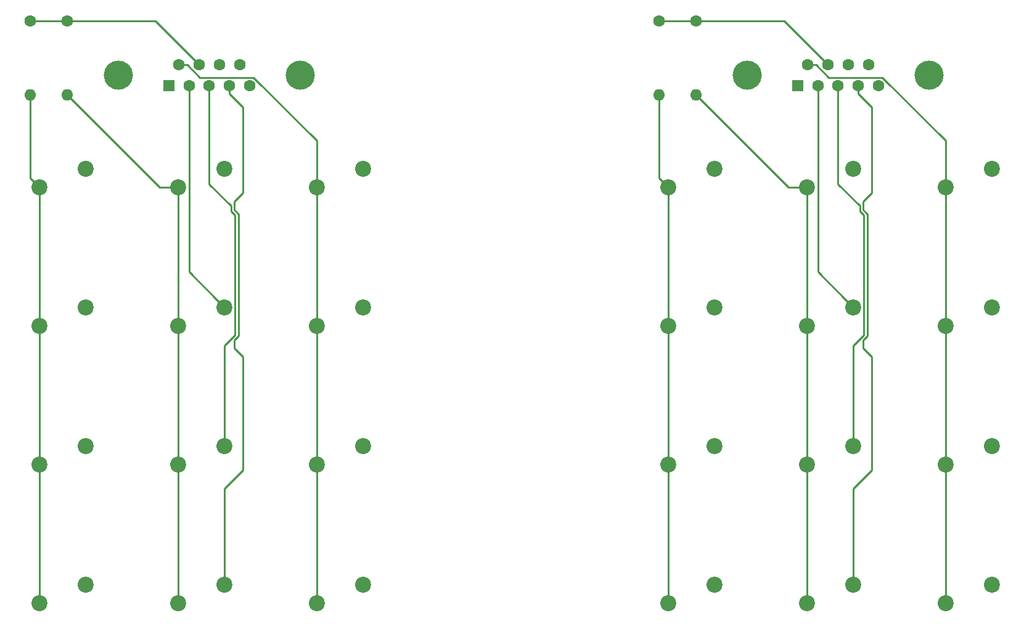
<source format=gbr>
G04 #@! TF.GenerationSoftware,KiCad,Pcbnew,(5.1.6-0-10_14)*
G04 #@! TF.CreationDate,2020-08-17T17:45:07+02:00*
G04 #@! TF.ProjectId,synthcart-ctrl,73796e74-6863-4617-9274-2d6374726c2e,rev?*
G04 #@! TF.SameCoordinates,Original*
G04 #@! TF.FileFunction,Copper,L1,Top*
G04 #@! TF.FilePolarity,Positive*
%FSLAX46Y46*%
G04 Gerber Fmt 4.6, Leading zero omitted, Abs format (unit mm)*
G04 Created by KiCad (PCBNEW (5.1.6-0-10_14)) date 2020-08-17 17:45:07*
%MOMM*%
%LPD*%
G01*
G04 APERTURE LIST*
G04 #@! TA.AperFunction,ComponentPad*
%ADD10C,2.200000*%
G04 #@! TD*
G04 #@! TA.AperFunction,ComponentPad*
%ADD11C,1.600000*%
G04 #@! TD*
G04 #@! TA.AperFunction,ComponentPad*
%ADD12O,1.600000X1.600000*%
G04 #@! TD*
G04 #@! TA.AperFunction,ComponentPad*
%ADD13R,1.600000X1.600000*%
G04 #@! TD*
G04 #@! TA.AperFunction,ComponentPad*
%ADD14C,4.000000*%
G04 #@! TD*
G04 #@! TA.AperFunction,Conductor*
%ADD15C,0.250000*%
G04 #@! TD*
G04 APERTURE END LIST*
D10*
X128270000Y-128270000D03*
X134620000Y-125730000D03*
X115570000Y-125730000D03*
X109220000Y-128270000D03*
X90170000Y-128270000D03*
X96520000Y-125730000D03*
X134620000Y-106680000D03*
X128270000Y-109220000D03*
X109220000Y-109220000D03*
X115570000Y-106680000D03*
X96520000Y-106680000D03*
X90170000Y-109220000D03*
X128270000Y-90170000D03*
X134620000Y-87630000D03*
X115570000Y-87630000D03*
X109220000Y-90170000D03*
X90170000Y-90170000D03*
X96520000Y-87630000D03*
X134620000Y-68580000D03*
X128270000Y-71120000D03*
X109220000Y-71120000D03*
X115570000Y-68580000D03*
X96520000Y-68580000D03*
X90170000Y-71120000D03*
D11*
X93980000Y-48260000D03*
D12*
X93980000Y-58420000D03*
X88900000Y-58420000D03*
D11*
X88900000Y-48260000D03*
D13*
X107950000Y-57150000D03*
D11*
X110720000Y-57150000D03*
X113490000Y-57150000D03*
X116260000Y-57150000D03*
X119030000Y-57150000D03*
X109335000Y-54310000D03*
X112105000Y-54310000D03*
X114875000Y-54310000D03*
X117645000Y-54310000D03*
D14*
X125990000Y-55730000D03*
X100990000Y-55730000D03*
X187350000Y-55730000D03*
X212350000Y-55730000D03*
D11*
X204005000Y-54310000D03*
X201235000Y-54310000D03*
X198465000Y-54310000D03*
X195695000Y-54310000D03*
X205390000Y-57150000D03*
X202620000Y-57150000D03*
X199850000Y-57150000D03*
X197080000Y-57150000D03*
D13*
X194310000Y-57150000D03*
D11*
X175260000Y-48260000D03*
D12*
X175260000Y-58420000D03*
X180340000Y-58420000D03*
D11*
X180340000Y-48260000D03*
D10*
X176530000Y-71120000D03*
X182880000Y-68580000D03*
X201930000Y-68580000D03*
X195580000Y-71120000D03*
X214630000Y-71120000D03*
X220980000Y-68580000D03*
X182880000Y-87630000D03*
X176530000Y-90170000D03*
X195580000Y-90170000D03*
X201930000Y-87630000D03*
X220980000Y-87630000D03*
X214630000Y-90170000D03*
X176530000Y-109220000D03*
X182880000Y-106680000D03*
X201930000Y-106680000D03*
X195580000Y-109220000D03*
X214630000Y-109220000D03*
X220980000Y-106680000D03*
X182880000Y-125730000D03*
X176530000Y-128270000D03*
X195580000Y-128270000D03*
X201930000Y-125730000D03*
X220980000Y-125730000D03*
X214630000Y-128270000D03*
D15*
X106680000Y-71120000D02*
X93980000Y-58420000D01*
X109220000Y-90170000D02*
X109220000Y-109220000D01*
X109220000Y-71120000D02*
X106680000Y-71120000D01*
X109220000Y-109220000D02*
X109220000Y-128270000D01*
X109220000Y-71120000D02*
X109220000Y-90170000D01*
X93980000Y-48260000D02*
X88900000Y-48260000D01*
X106055000Y-48260000D02*
X93980000Y-48260000D01*
X112105000Y-54310000D02*
X106055000Y-48260000D01*
X128270000Y-64724998D02*
X128270000Y-69564366D01*
X128270000Y-90170000D02*
X128270000Y-109220000D01*
X110466370Y-54310000D02*
X112181369Y-56024999D01*
X128270000Y-69564366D02*
X128270000Y-71120000D01*
X128270000Y-109220000D02*
X128270000Y-128270000D01*
X128270000Y-71120000D02*
X128270000Y-90170000D01*
X119570001Y-56024999D02*
X128270000Y-64724998D01*
X112181369Y-56024999D02*
X119570001Y-56024999D01*
X109335000Y-54310000D02*
X110466370Y-54310000D01*
X88900000Y-69850000D02*
X90170000Y-71120000D01*
X90170000Y-109220000D02*
X90170000Y-128270000D01*
X88900000Y-58420000D02*
X88900000Y-69850000D01*
X90170000Y-90170000D02*
X90170000Y-109220000D01*
X90170000Y-71120000D02*
X90170000Y-90170000D01*
X116934999Y-93274001D02*
X118110000Y-94449002D01*
X116260000Y-57150000D02*
X116260000Y-58281370D01*
X117545999Y-74835001D02*
X117545999Y-91534999D01*
X117545999Y-91534999D02*
X116934999Y-92145999D01*
X118110000Y-71920998D02*
X116934999Y-73095999D01*
X116934999Y-92145999D02*
X116934999Y-93274001D01*
X118110000Y-94449002D02*
X118110000Y-110020998D01*
X116934999Y-74224001D02*
X117545999Y-74835001D01*
X115570000Y-124174366D02*
X115570000Y-125730000D01*
X116260000Y-58281370D02*
X118110000Y-60131370D01*
X118110000Y-110020998D02*
X115570000Y-112560998D01*
X118110000Y-60131370D02*
X118110000Y-71920998D01*
X116934999Y-73095999D02*
X116934999Y-74224001D01*
X115570000Y-112560998D02*
X115570000Y-124174366D01*
X113490000Y-57150000D02*
X113490000Y-70678998D01*
X113490000Y-70678998D02*
X116484988Y-73673986D01*
X116995001Y-74920413D02*
X116995001Y-91449587D01*
X115570000Y-105124366D02*
X115570000Y-106680000D01*
X116995001Y-91449587D02*
X115570000Y-92874588D01*
X115570000Y-92874588D02*
X115570000Y-105124366D01*
X116484988Y-74410401D02*
X116995001Y-74920413D01*
X116484988Y-73673986D02*
X116484988Y-74410401D01*
X114470001Y-86530001D02*
X115570000Y-87630000D01*
X110720000Y-71729002D02*
X110704999Y-71744003D01*
X110704999Y-82764999D02*
X114470001Y-86530001D01*
X110720000Y-57150000D02*
X110720000Y-71729002D01*
X110704999Y-71744003D02*
X110704999Y-82764999D01*
X195580000Y-71120000D02*
X195580000Y-90170000D01*
X195580000Y-90170000D02*
X195580000Y-109220000D01*
X195580000Y-109220000D02*
X195580000Y-128270000D01*
X193040000Y-71120000D02*
X180340000Y-58420000D01*
X195580000Y-71120000D02*
X193040000Y-71120000D01*
X192415000Y-48260000D02*
X180340000Y-48260000D01*
X198465000Y-54310000D02*
X192415000Y-48260000D01*
X180340000Y-48260000D02*
X175260000Y-48260000D01*
X214630000Y-71120000D02*
X214630000Y-90170000D01*
X214630000Y-90170000D02*
X214630000Y-109220000D01*
X214630000Y-109220000D02*
X214630000Y-128270000D01*
X214630000Y-69564366D02*
X214630000Y-71120000D01*
X214630000Y-64724998D02*
X214630000Y-69564366D01*
X205930001Y-56024999D02*
X214630000Y-64724998D01*
X198541369Y-56024999D02*
X205930001Y-56024999D01*
X196826370Y-54310000D02*
X198541369Y-56024999D01*
X195695000Y-54310000D02*
X196826370Y-54310000D01*
X176530000Y-71120000D02*
X176530000Y-90170000D01*
X176530000Y-90170000D02*
X176530000Y-109220000D01*
X176530000Y-109220000D02*
X176530000Y-128270000D01*
X175260000Y-69850000D02*
X176530000Y-71120000D01*
X175260000Y-58420000D02*
X175260000Y-69850000D01*
X201930000Y-112560998D02*
X201930000Y-124174366D01*
X204470000Y-94449002D02*
X204470000Y-110020998D01*
X203905999Y-74835001D02*
X203905999Y-91534999D01*
X203294999Y-74224001D02*
X203905999Y-74835001D01*
X203294999Y-92145999D02*
X203294999Y-93274001D01*
X204470000Y-71920998D02*
X203294999Y-73095999D01*
X203905999Y-91534999D02*
X203294999Y-92145999D01*
X202620000Y-57150000D02*
X202620000Y-58281370D01*
X203294999Y-93274001D02*
X204470000Y-94449002D01*
X203294999Y-73095999D02*
X203294999Y-74224001D01*
X202620000Y-58281370D02*
X204470000Y-60131370D01*
X204470000Y-110020998D02*
X201930000Y-112560998D01*
X201930000Y-124174366D02*
X201930000Y-125730000D01*
X204470000Y-60131370D02*
X204470000Y-71920998D01*
X199850000Y-57150000D02*
X199850000Y-70678998D01*
X199850000Y-70678998D02*
X202844988Y-73673986D01*
X203355001Y-74920413D02*
X203355001Y-91449587D01*
X201930000Y-105124366D02*
X201930000Y-106680000D01*
X201930000Y-92874588D02*
X201930000Y-105124366D01*
X202844988Y-73673986D02*
X202844988Y-74410401D01*
X202844988Y-74410401D02*
X203355001Y-74920413D01*
X203355001Y-91449587D02*
X201930000Y-92874588D01*
X200830001Y-86530001D02*
X201930000Y-87630000D01*
X197064999Y-82764999D02*
X200830001Y-86530001D01*
X197064999Y-71744003D02*
X197064999Y-82764999D01*
X197080000Y-71729002D02*
X197064999Y-71744003D01*
X197080000Y-57150000D02*
X197080000Y-71729002D01*
M02*

</source>
